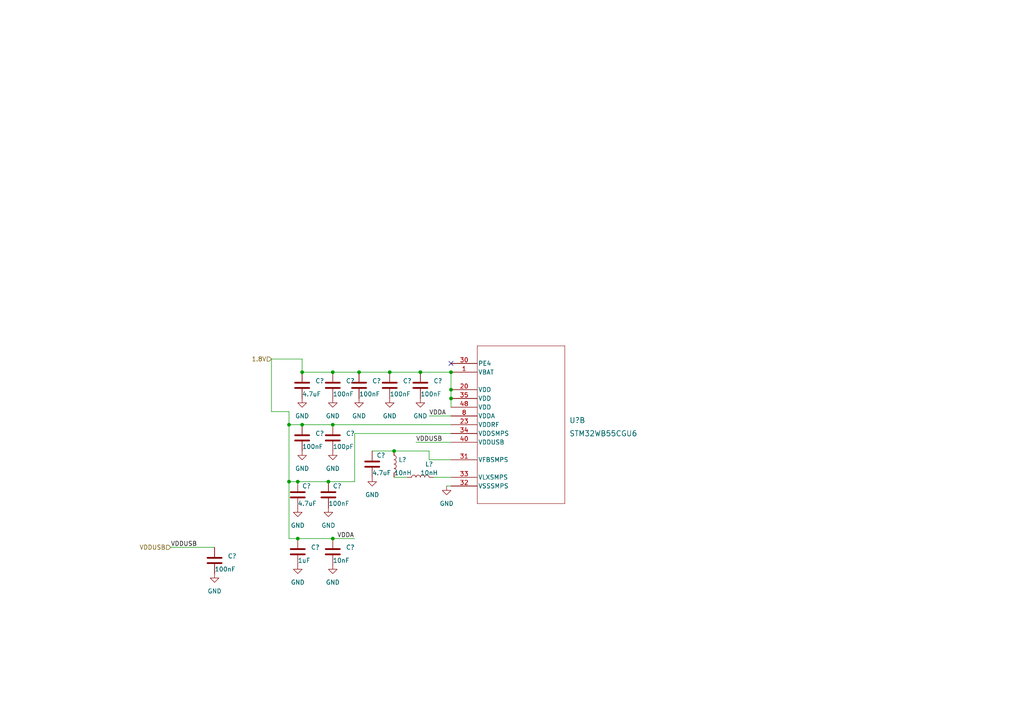
<source format=kicad_sch>
(kicad_sch (version 20211123) (generator eeschema)
  (paper "A4")
  (title_block (title "BluetoothKeyboard") (rev "1.0") (comment 1 "By Pierre-Louis Lagunegrand"))
  (lib_symbols
    (symbol "2024-04-10_20-20-40:STM32WB55CGU6" (pin_names (offset 0.254))
      (property "Reference" "U" (at 25.4 12.7 0))
      (property "Value" "STM32WB55CGU6" (at 25.4 10.16 0))
      (symbol "STM32WB55CGU6_1_1"
        (polyline (pts (xy 5.5372 -48.7807) (xy 4.4958 -48.26)) (stroke (width 0.127)))
        (polyline (pts (xy 5.5372 -47.7393) (xy 4.4958 -48.26)) (stroke (width 0.127)))
        (polyline (pts (xy 5.5372 -46.2407) (xy 4.4958 -45.72)) (stroke (width 0.127)))
        (polyline (pts (xy 5.5372 -45.1993) (xy 4.4958 -45.72)) (stroke (width 0.127)))
        (polyline (pts (xy 5.5372 -41.1607) (xy 4.4958 -40.64)) (stroke (width 0.127)))
        (polyline (pts (xy 5.5372 -40.1193) (xy 4.4958 -40.64)) (stroke (width 0.127)))
        (polyline (pts (xy 5.5372 -38.6207) (xy 4.4958 -38.1)) (stroke (width 0.127)))
        (polyline (pts (xy 5.5372 -37.5793) (xy 4.4958 -38.1)) (stroke (width 0.127)))
        (polyline (pts (xy 5.5372 -36.0807) (xy 4.4958 -35.56)) (stroke (width 0.127)))
        (polyline (pts (xy 5.5372 -35.0393) (xy 4.4958 -35.56)) (stroke (width 0.127)))
        (polyline (pts (xy 5.5372 -33.5407) (xy 4.4958 -33.02)) (stroke (width 0.127)))
        (polyline (pts (xy 5.5372 -32.4993) (xy 4.4958 -33.02)) (stroke (width 0.127)))
        (polyline (pts (xy 5.5372 -31.0007) (xy 4.4958 -30.48)) (stroke (width 0.127)))
        (polyline (pts (xy 5.5372 -29.9593) (xy 4.4958 -30.48)) (stroke (width 0.127)))
        (polyline (pts (xy 5.5372 -28.4607) (xy 4.4958 -27.94)) (stroke (width 0.127)))
        (polyline (pts (xy 5.5372 -27.4193) (xy 4.4958 -27.94)) (stroke (width 0.127)))
        (polyline (pts (xy 5.5372 -25.9207) (xy 4.4958 -25.4)) (stroke (width 0.127)))
        (polyline (pts (xy 5.5372 -24.8793) (xy 4.4958 -25.4)) (stroke (width 0.127)))
        (polyline (pts (xy 5.5372 -23.3807) (xy 4.4958 -22.86)) (stroke (width 0.127)))
        (polyline (pts (xy 5.5372 -22.3393) (xy 4.4958 -22.86)) (stroke (width 0.127)))
        (polyline (pts (xy 5.5372 -20.8407) (xy 4.4958 -20.32)) (stroke (width 0.127)))
        (polyline (pts (xy 5.5372 -19.7993) (xy 4.4958 -20.32)) (stroke (width 0.127)))
        (polyline (pts (xy 5.5372 -18.3007) (xy 4.4958 -17.78)) (stroke (width 0.127)))
        (polyline (pts (xy 5.5372 -17.2593) (xy 4.4958 -17.78)) (stroke (width 0.127)))
        (polyline (pts (xy 5.5372 -15.7607) (xy 4.4958 -15.24)) (stroke (width 0.127)))
        (polyline (pts (xy 5.5372 -14.7193) (xy 4.4958 -15.24)) (stroke (width 0.127)))
        (polyline (pts (xy 5.5372 -13.2207) (xy 4.4958 -12.7)) (stroke (width 0.127)))
        (polyline (pts (xy 5.5372 -12.1793) (xy 4.4958 -12.7)) (stroke (width 0.127)))
        (polyline (pts (xy 5.5372 -8.1407) (xy 4.4958 -7.62)) (stroke (width 0.127)))
        (polyline (pts (xy 5.5372 -7.0993) (xy 4.4958 -7.62)) (stroke (width 0.127)))
        (polyline (pts (xy 5.5372 -3.0607) (xy 4.4958 -2.54)) (stroke (width 0.127)))
        (polyline (pts (xy 5.5372 -2.0193) (xy 4.4958 -2.54)) (stroke (width 0.127)))
        (polyline (pts (xy 5.5372 -0.5207) (xy 4.4958 0)) (stroke (width 0.127)))
        (polyline (pts (xy 5.5372 0.5207) (xy 4.4958 0)) (stroke (width 0.127)))
        (polyline (pts (xy 7.0993 -48.26) (xy 6.0579 -48.7807)) (stroke (width 0.127)))
        (polyline (pts (xy 7.0993 -48.26) (xy 6.0579 -47.7393)) (stroke (width 0.127)))
        (polyline (pts (xy 7.0993 -45.72) (xy 6.0579 -46.2407)) (stroke (width 0.127)))
        (polyline (pts (xy 7.0993 -45.72) (xy 6.0579 -45.1993)) (stroke (width 0.127)))
        (polyline (pts (xy 7.0993 -40.64) (xy 6.0579 -41.1607)) (stroke (width 0.127)))
        (polyline (pts (xy 7.0993 -40.64) (xy 6.0579 -40.1193)) (stroke (width 0.127)))
        (polyline (pts (xy 7.0993 -38.1) (xy 6.0579 -38.6207)) (stroke (width 0.127)))
        (polyline (pts (xy 7.0993 -38.1) (xy 6.0579 -37.5793)) (stroke (width 0.127)))
        (polyline (pts (xy 7.0993 -35.56) (xy 6.0579 -36.0807)) (stroke (width 0.127)))
        (polyline (pts (xy 7.0993 -35.56) (xy 6.0579 -35.0393)) (stroke (width 0.127)))
        (polyline (pts (xy 7.0993 -33.02) (xy 6.0579 -33.5407)) (stroke (width 0.127)))
        (polyline (pts (xy 7.0993 -33.02) (xy 6.0579 -32.4993)) (stroke (width 0.127)))
        (polyline (pts (xy 7.0993 -30.48) (xy 6.0579 -31.0007)) (stroke (width 0.127)))
        (polyline (pts (xy 7.0993 -30.48) (xy 6.0579 -29.9593)) (stroke (width 0.127)))
        (polyline (pts (xy 7.0993 -27.94) (xy 6.0579 -28.4607)) (stroke (width 0.127)))
        (polyline (pts (xy 7.0993 -27.94) (xy 6.0579 -27.4193)) (stroke (width 0.127)))
        (polyline (pts (xy 7.0993 -25.4) (xy 6.0579 -25.9207)) (stroke (width 0.127)))
        (polyline (pts (xy 7.0993 -25.4) (xy 6.0579 -24.8793)) (stroke (width 0.127)))
        (polyline (pts (xy 7.0993 -22.86) (xy 6.0579 -23.3807)) (stroke (width 0.127)))
        (polyline (pts (xy 7.0993 -22.86) (xy 6.0579 -22.3393)) (stroke (width 0.127)))
        (polyline (pts (xy 7.0993 -20.32) (xy 6.0579 -20.8407)) (stroke (width 0.127)))
        (polyline (pts (xy 7.0993 -20.32) (xy 6.0579 -19.7993)) (stroke (width 0.127)))
        (polyline (pts (xy 7.0993 -17.78) (xy 6.0579 -18.3007)) (stroke (width 0.127)))
        (polyline (pts (xy 7.0993 -17.78) (xy 6.0579 -17.2593)) (stroke (width 0.127)))
        (polyline (pts (xy 7.0993 -15.24) (xy 6.0579 -15.7607)) (stroke (width 0.127)))
        (polyline (pts (xy 7.0993 -15.24) (xy 6.0579 -14.7193)) (stroke (width 0.127)))
        (polyline (pts (xy 7.0993 -12.7) (xy 6.0579 -13.2207)) (stroke (width 0.127)))
        (polyline (pts (xy 7.0993 -12.7) (xy 6.0579 -12.1793)) (stroke (width 0.127)))
        (polyline (pts (xy 7.0993 -7.62) (xy 6.0579 -8.1407)) (stroke (width 0.127)))
        (polyline (pts (xy 7.0993 -7.62) (xy 6.0579 -7.0993)) (stroke (width 0.127)))
        (polyline (pts (xy 7.0993 -2.54) (xy 6.0579 -3.0607)) (stroke (width 0.127)))
        (polyline (pts (xy 7.0993 -2.54) (xy 6.0579 -2.0193)) (stroke (width 0.127)))
        (polyline (pts (xy 7.0993 0) (xy 6.0579 -0.5207)) (stroke (width 0.127)))
        (polyline (pts (xy 7.0993 0) (xy 6.0579 0.5207)) (stroke (width 0.127)))
        (polyline (pts (xy 7.62 -53.34) (xy 43.18 -53.34)) (stroke (width 0.127)))
        (polyline (pts (xy 7.62 7.62) (xy 7.62 -53.34)) (stroke (width 0.127)))
        (polyline (pts (xy 43.18 -53.34) (xy 43.18 7.62)) (stroke (width 0.127)))
        (polyline (pts (xy 43.18 7.62) (xy 7.62 7.62)) (stroke (width 0.127)))
        (polyline (pts (xy 43.7007 -48.26) (xy 44.7421 -48.7807)) (stroke (width 0.127)))
        (polyline (pts (xy 43.7007 -48.26) (xy 44.7421 -47.7393)) (stroke (width 0.127)))
        (polyline (pts (xy 43.7007 -45.72) (xy 44.7421 -46.2407)) (stroke (width 0.127)))
        (polyline (pts (xy 43.7007 -45.72) (xy 44.7421 -45.1993)) (stroke (width 0.127)))
        (polyline (pts (xy 43.7007 -43.18) (xy 44.7421 -43.7007)) (stroke (width 0.127)))
        (polyline (pts (xy 43.7007 -43.18) (xy 44.7421 -42.6593)) (stroke (width 0.127)))
        (polyline (pts (xy 43.7007 -40.64) (xy 44.7421 -41.1607)) (stroke (width 0.127)))
        (polyline (pts (xy 43.7007 -40.64) (xy 44.7421 -40.1193)) (stroke (width 0.127)))
        (polyline (pts (xy 43.7007 -38.1) (xy 44.7421 -38.6207)) (stroke (width 0.127)))
        (polyline (pts (xy 43.7007 -38.1) (xy 44.7421 -37.5793)) (stroke (width 0.127)))
        (polyline (pts (xy 43.7007 -35.56) (xy 44.7421 -36.0807)) (stroke (width 0.127)))
        (polyline (pts (xy 43.7007 -35.56) (xy 44.7421 -35.0393)) (stroke (width 0.127)))
        (polyline (pts (xy 43.7007 -33.02) (xy 44.7421 -33.5407)) (stroke (width 0.127)))
        (polyline (pts (xy 43.7007 -33.02) (xy 44.7421 -32.4993)) (stroke (width 0.127)))
        (polyline (pts (xy 43.7007 -30.48) (xy 44.7421 -31.0007)) (stroke (width 0.127)))
        (polyline (pts (xy 43.7007 -30.48) (xy 44.7421 -29.9593)) (stroke (width 0.127)))
        (polyline (pts (xy 43.7007 -27.94) (xy 44.7421 -28.4607)) (stroke (width 0.127)))
        (polyline (pts (xy 43.7007 -27.94) (xy 44.7421 -27.4193)) (stroke (width 0.127)))
        (polyline (pts (xy 43.7007 -25.4) (xy 44.7421 -25.9207)) (stroke (width 0.127)))
        (polyline (pts (xy 43.7007 -25.4) (xy 44.7421 -24.8793)) (stroke (width 0.127)))
        (polyline (pts (xy 43.7007 -22.86) (xy 44.7421 -23.3807)) (stroke (width 0.127)))
        (polyline (pts (xy 43.7007 -22.86) (xy 44.7421 -22.3393)) (stroke (width 0.127)))
        (polyline (pts (xy 43.7007 -20.32) (xy 44.7421 -20.8407)) (stroke (width 0.127)))
        (polyline (pts (xy 43.7007 -20.32) (xy 44.7421 -19.7993)) (stroke (width 0.127)))
        (polyline (pts (xy 43.7007 -17.78) (xy 44.7421 -18.3007)) (stroke (width 0.127)))
        (polyline (pts (xy 43.7007 -17.78) (xy 44.7421 -17.2593)) (stroke (width 0.127)))
        (polyline (pts (xy 43.7007 -15.24) (xy 44.7421 -15.7607)) (stroke (width 0.127)))
        (polyline (pts (xy 43.7007 -15.24) (xy 44.7421 -14.7193)) (stroke (width 0.127)))
        (polyline (pts (xy 43.7007 -12.7) (xy 44.7421 -13.2207)) (stroke (width 0.127)))
        (polyline (pts (xy 43.7007 -12.7) (xy 44.7421 -12.1793)) (stroke (width 0.127)))
        (polyline (pts (xy 43.7007 -10.16) (xy 44.7421 -10.6807)) (stroke (width 0.127)))
        (polyline (pts (xy 43.7007 -10.16) (xy 44.7421 -9.6393)) (stroke (width 0.127)))
        (polyline (pts (xy 43.7007 -5.08) (xy 44.7421 -5.6007)) (stroke (width 0.127)))
        (polyline (pts (xy 43.7007 -5.08) (xy 44.7421 -4.5593)) (stroke (width 0.127)))
        (polyline (pts (xy 43.7007 0) (xy 44.7421 -0.5207)) (stroke (width 0.127)))
        (polyline (pts (xy 43.7007 0) (xy 44.7421 0.5207)) (stroke (width 0.127)))
        (polyline (pts (xy 43.7007 2.54) (xy 44.7421 2.0193)) (stroke (width 0.127)))
        (polyline (pts (xy 43.7007 2.54) (xy 44.7421 3.0607)) (stroke (width 0.127)))
        (polyline (pts (xy 45.2628 -48.7807) (xy 46.3042 -48.26)) (stroke (width 0.127)))
        (polyline (pts (xy 45.2628 -47.7393) (xy 46.3042 -48.26)) (stroke (width 0.127)))
        (polyline (pts (xy 45.2628 -46.2407) (xy 46.3042 -45.72)) (stroke (width 0.127)))
        (polyline (pts (xy 45.2628 -45.1993) (xy 46.3042 -45.72)) (stroke (width 0.127)))
        (polyline (pts (xy 45.2628 -43.7007) (xy 46.3042 -43.18)) (stroke (width 0.127)))
        (polyline (pts (xy 45.2628 -42.6593) (xy 46.3042 -43.18)) (stroke (width 0.127)))
        (polyline (pts (xy 45.2628 -41.1607) (xy 46.3042 -40.64)) (stroke (width 0.127)))
        (polyline (pts (xy 45.2628 -40.1193) (xy 46.3042 -40.64)) (stroke (width 0.127)))
        (polyline (pts (xy 45.2628 -38.6207) (xy 46.3042 -38.1)) (stroke (width 0.127)))
        (polyline (pts (xy 45.2628 -37.5793) (xy 46.3042 -38.1)) (stroke (width 0.127)))
        (polyline (pts (xy 45.2628 -36.0807) (xy 46.3042 -35.56)) (stroke (width 0.127)))
        (polyline (pts (xy 45.2628 -35.0393) (xy 46.3042 -35.56)) (stroke (width 0.127)))
        (polyline (pts (xy 45.2628 -33.5407) (xy 46.3042 -33.02)) (stroke (width 0.127)))
        (polyline (pts (xy 45.2628 -32.4993) (xy 46.3042 -33.02)) (stroke (width 0.127)))
        (polyline (pts (xy 45.2628 -31.0007) (xy 46.3042 -30.48)) (stroke (width 0.127)))
        (polyline (pts (xy 45.2628 -29.9593) (xy 46.3042 -30.48)) (stroke (width 0.127)))
        (polyline (pts (xy 45.2628 -28.4607) (xy 46.3042 -27.94)) (stroke (width 0.127)))
        (polyline (pts (xy 45.2628 -27.4193) (xy 46.3042 -27.94)) (stroke (width 0.127)))
        (polyline (pts (xy 45.2628 -25.9207) (xy 46.3042 -25.4)) (stroke (width 0.127)))
        (polyline (pts (xy 45.2628 -24.8793) (xy 46.3042 -25.4)) (stroke (width 0.127)))
        (polyline (pts (xy 45.2628 -23.3807) (xy 46.3042 -22.86)) (stroke (width 0.127)))
        (polyline (pts (xy 45.2628 -22.3393) (xy 46.3042 -22.86)) (stroke (width 0.127)))
        (polyline (pts (xy 45.2628 -20.8407) (xy 46.3042 -20.32)) (stroke (width 0.127)))
        (polyline (pts (xy 45.2628 -19.7993) (xy 46.3042 -20.32)) (stroke (width 0.127)))
        (polyline (pts (xy 45.2628 -18.3007) (xy 46.3042 -17.78)) (stroke (width 0.127)))
        (polyline (pts (xy 45.2628 -17.2593) (xy 46.3042 -17.78)) (stroke (width 0.127)))
        (polyline (pts (xy 45.2628 -15.7607) (xy 46.3042 -15.24)) (stroke (width 0.127)))
        (polyline (pts (xy 45.2628 -14.7193) (xy 46.3042 -15.24)) (stroke (width 0.127)))
        (polyline (pts (xy 45.2628 -13.2207) (xy 46.3042 -12.7)) (stroke (width 0.127)))
        (polyline (pts (xy 45.2628 -12.1793) (xy 46.3042 -12.7)) (stroke (width 0.127)))
        (polyline (pts (xy 45.2628 -10.6807) (xy 46.3042 -10.16)) (stroke (width 0.127)))
        (polyline (pts (xy 45.2628 -9.6393) (xy 46.3042 -10.16)) (stroke (width 0.127)))
        (polyline (pts (xy 45.2628 -5.6007) (xy 46.3042 -5.08)) (stroke (width 0.127)))
        (polyline (pts (xy 45.2628 -4.5593) (xy 46.3042 -5.08)) (stroke (width 0.127)))
        (polyline (pts (xy 45.2628 -0.5207) (xy 46.3042 0)) (stroke (width 0.127)))
        (polyline (pts (xy 45.2628 0.5207) (xy 46.3042 0)) (stroke (width 0.127)))
        (polyline (pts (xy 45.2628 2.0193) (xy 46.3042 2.54)) (stroke (width 0.127)))
        (polyline (pts (xy 45.2628 3.0607) (xy 46.3042 2.54)) (stroke (width 0.127)))
        (pin bidirectional line (at 50.8 -12.7 180) (length 7.62) (name "PA1") (number "10"))
        (pin bidirectional line (at 50.8 -15.24 180) (length 7.62) (name "PA2") (number "11"))
        (pin bidirectional line (at 50.8 -17.78 180) (length 7.62) (name "PA3") (number "12"))
        (pin bidirectional line (at 50.8 -20.32 180) (length 7.62) (name "PA4") (number "13"))
        (pin bidirectional line (at 50.8 -22.86 180) (length 7.62) (name "PA5") (number "14"))
        (pin bidirectional line (at 50.8 -25.4 180) (length 7.62) (name "PA6") (number "15"))
        (pin bidirectional line (at 50.8 -27.94 180) (length 7.62) (name "PA7") (number "16"))
        (pin bidirectional line (at 50.8 -30.48 180) (length 7.62) (name "PA8") (number "17"))
        (pin bidirectional line (at 50.8 -33.02 180) (length 7.62) (name "PA9") (number "18"))
        (pin bidirectional line (at 0 -17.78 0) (length 7.62) (name "PB2") (number "19"))
        (pin bidirectional line (at 0 -38.1 0) (length 7.62) (name "PC14-OSC32_IN") (number "2"))
        (pin bidirectional line (at 0 -48.26 0) (length 7.62) (name "RF1") (number "21"))
        (pin bidirectional line (at 0 -45.72 0) (length 7.62) (name "RF0") (number "22"))
        (pin bidirectional line (at 50.8 2.54 180) (length 7.62) (name "OSC_OUT") (number "24"))
        (pin bidirectional line (at 50.8 -5.08 180) (length 7.62) (name "OSC_IN") (number "25"))
        (pin bidirectional line (at 0 0 0) (length 7.62) (name "AT0") (number "26"))
        (pin bidirectional line (at 0 -2.54 0) (length 7.62) (name "AT1") (number "27"))
        (pin bidirectional line (at 0 -12.7 0) (length 7.62) (name "PB0") (number "28"))
        (pin bidirectional line (at 0 -15.24 0) (length 7.62) (name "PB1") (number "29"))
        (pin bidirectional line (at 50.8 0 180) (length 7.62) (name "PC15-OSC32_OUT") (number "3"))
        (pin bidirectional line (at 50.8 -35.56 180) (length 7.62) (name "PA10") (number "36"))
        (pin bidirectional line (at 50.8 -38.1 180) (length 7.62) (name "PA11") (number "37"))
        (pin bidirectional line (at 50.8 -40.64 180) (length 7.62) (name "PA12") (number "38"))
        (pin bidirectional line (at 50.8 -43.18 180) (length 7.62) (name "PA13") (number "39"))
        (pin bidirectional line (at 0 -40.64 0) (length 7.62) (name "PH3-BOOT0") (number "4"))
        (pin bidirectional line (at 50.8 -45.72 180) (length 7.62) (name "PA14") (number "41"))
        (pin bidirectional line (at 50.8 -48.26 180) (length 7.62) (name "PA15") (number "42"))
        (pin bidirectional line (at 0 -20.32 0) (length 7.62) (name "PB3") (number "43"))
        (pin bidirectional line (at 0 -22.86 0) (length 7.62) (name "PB4") (number "44"))
        (pin bidirectional line (at 0 -25.4 0) (length 7.62) (name "PB5") (number "45"))
        (pin bidirectional line (at 0 -27.94 0) (length 7.62) (name "PB6") (number "46"))
        (pin bidirectional line (at 0 -30.48 0) (length 7.62) (name "PB7") (number "47"))
        (pin unspecified line (at 0 -5.08 0) (length 7.62) (name "EPAD") (number "49"))
        (pin bidirectional line (at 0 -33.02 0) (length 7.62) (name "PB8") (number "5"))
        (pin bidirectional line (at 0 -35.56 0) (length 7.62) (name "PB9") (number "6"))
        (pin bidirectional line (at 0 -7.62 0) (length 7.62) (name "NRST") (number "7"))
        (pin bidirectional line (at 50.8 -10.16 180) (length 7.62) (name "PA0") (number "9"))
      )
      (symbol "STM32WB55CGU6_2_1"
        (polyline (pts (xy 7.62 -40.64) (xy 33.02 -40.64)) (stroke (width 0.127)))
        (polyline (pts (xy 7.62 5.08) (xy 7.62 -40.64)) (stroke (width 0.127)))
        (polyline (pts (xy 33.02 -40.64) (xy 33.02 5.08)) (stroke (width 0.127)))
        (polyline (pts (xy 33.02 5.08) (xy 7.62 5.08)) (stroke (width 0.127)))
        (pin power_in line (at 0 -2.54 0) (length 7.62) (name "VBAT") (number "1"))
        (pin power_in line (at 0 -7.62 0) (length 7.62) (name "VDD") (number "20"))
        (pin power_in line (at 0 -17.78 0) (length 7.62) (name "VDDRF") (number "23"))
        (pin power_in line (at 0 0 0) (length 7.62) (name "PE4") (number "30"))
        (pin power_in line (at 0 -27.94 0) (length 7.62) (name "VFBSMPS") (number "31"))
        (pin power_in line (at 0 -35.56 0) (length 7.62) (name "VSSSMPS") (number "32"))
        (pin power_in line (at 0 -33.02 0) (length 7.62) (name "VLXSMPS") (number "33"))
        (pin power_in line (at 0 -20.32 0) (length 7.62) (name "VDDSMPS") (number "34"))
        (pin power_in line (at 0 -10.16 0) (length 7.62) (name "VDD") (number "35"))
        (pin power_in line (at 0 -22.86 0) (length 7.62) (name "VDDUSB") (number "40"))
        (pin power_in line (at 0 -12.7 0) (length 7.62) (name "VDD") (number "48"))
        (pin power_in line (at 0 -15.24 0) (length 7.62) (name "VDDA") (number "8"))
      )
    )
    (symbol "Device:C" (pin_numbers hide) (pin_names (offset 0.254))
      (property "Reference" "C" (at 0.635 2.54 0))
      (property "Value" "C" (at 0.635 -2.54 0))
      (symbol "C_0_1"
        (polyline (pts (xy -2.032 -0.762) (xy 2.032 -0.762)) (stroke (width 0.508)))
        (polyline (pts (xy -2.032 0.762) (xy 2.032 0.762)) (stroke (width 0.508)))
      )
      (symbol "C_1_1"
        (pin passive line (at 0 3.81 270) (length 2.794) (name "~") (number "1"))
        (pin passive line (at 0 -3.81 90) (length 2.794) (name "~") (number "2"))
      )
    )
    (symbol "Device:L" (pin_numbers hide) (pin_names (offset 1.016) hide)
      (property "Reference" "L" (at -1.27 0 90))
      (property "Value" "L" (at 1.905 0 90))
      (symbol "L_0_1"
        (arc (start 0 -2.54) (mid 0.635 -1.905) (end 0 -1.27))
        (arc (start 0 -1.27) (mid 0.635 -0.635) (end 0 0))
        (arc (start 0 0) (mid 0.635 0.635) (end 0 1.27))
        (arc (start 0 1.27) (mid 0.635 1.905) (end 0 2.54))
      )
      (symbol "L_1_1"
        (pin passive line (at 0 3.81 270) (length 1.27) (name "1") (number "1"))
        (pin passive line (at 0 -3.81 90) (length 1.27) (name "2") (number "2"))
      )
    )
    (symbol "power:GND" (power) (pin_names (offset 0))
      (property "Value" "GND" (at 0 -3.81 0))
      (symbol "GND_0_1"
        (polyline (pts (xy 0 0) (xy 0 -1.27) (xy 1.27 -1.27) (xy 0 -2.54) (xy -1.27 -1.27) (xy 0 -1.27)))
      )
      (symbol "GND_1_1"
        (pin power_in line (at 0 0 270) (length 0) hide (name "GND") (number "1"))
      )
    )
  )
  (junction (at 86.36 156.21))
  (junction (at 83.82 123.19))
  (junction (at 121.92 107.95))
  (junction (at 87.63 123.19))
  (junction (at 130.81 113.03))
  (junction (at 86.36 139.7))
  (junction (at 96.52 107.95))
  (junction (at 104.14 107.95))
  (junction (at 130.81 107.95))
  (junction (at 130.81 115.57))
  (junction (at 113.03 107.95))
  (junction (at 96.52 123.19))
  (junction (at 87.63 107.95))
  (junction (at 95.25 139.7))
  (junction (at 114.3 130.81))
  (junction (at 96.52 156.21))
  (junction (at 83.82 139.7))
  (no_connect (at 130.81 105.41))
  (wire (pts (xy 113.03 107.95) (xy 121.92 107.95)))
  (wire (pts (xy 102.87 125.73) (xy 130.81 125.73)))
  (wire (pts (xy 49.53 158.75) (xy 62.23 158.75)))
  (wire (pts (xy 130.81 123.19) (xy 96.52 123.19)))
  (wire (pts (xy 125.73 138.43) (xy 130.81 138.43)))
  (wire (pts (xy 124.46 133.35) (xy 124.46 130.81)))
  (wire (pts (xy 96.52 156.21) (xy 86.36 156.21)))
  (wire (pts (xy 83.82 119.38) (xy 78.74 119.38)))
  (wire (pts (xy 95.25 139.7) (xy 86.36 139.7)))
  (wire (pts (xy 78.74 104.14) (xy 78.74 119.38)))
  (wire (pts (xy 104.14 107.95) (xy 113.03 107.95)))
  (wire (pts (xy 114.3 130.81) (xy 124.46 130.81)))
  (wire (pts (xy 102.87 156.21) (xy 96.52 156.21)))
  (wire (pts (xy 102.87 139.7) (xy 102.87 125.73)))
  (wire (pts (xy 87.63 107.95) (xy 96.52 107.95)))
  (wire (pts (xy 95.25 139.7) (xy 102.87 139.7)))
  (wire (pts (xy 130.81 107.95) (xy 130.81 113.03)))
  (wire (pts (xy 83.82 123.19) (xy 83.82 139.7)))
  (wire (pts (xy 87.63 104.14) (xy 87.63 107.95)))
  (wire (pts (xy 83.82 123.19) (xy 83.82 119.38)))
  (wire (pts (xy 83.82 139.7) (xy 83.82 156.21)))
  (wire (pts (xy 120.65 128.27) (xy 130.81 128.27)))
  (wire (pts (xy 86.36 156.21) (xy 83.82 156.21)))
  (wire (pts (xy 86.36 139.7) (xy 83.82 139.7)))
  (wire (pts (xy 130.81 133.35) (xy 124.46 133.35)))
  (wire (pts (xy 130.81 113.03) (xy 130.81 115.57)))
  (wire (pts (xy 107.95 130.81) (xy 114.3 130.81)))
  (wire (pts (xy 87.63 123.19) (xy 83.82 123.19)))
  (wire (pts (xy 96.52 123.19) (xy 87.63 123.19)))
  (wire (pts (xy 129.54 140.97) (xy 130.81 140.97)))
  (wire (pts (xy 124.46 120.65) (xy 130.81 120.65)))
  (wire (pts (xy 121.92 107.95) (xy 130.81 107.95)))
  (wire (pts (xy 87.63 104.14) (xy 78.74 104.14)))
  (wire (pts (xy 114.3 138.43) (xy 118.11 138.43)))
  (wire (pts (xy 96.52 107.95) (xy 104.14 107.95)))
  (wire (pts (xy 130.81 115.57) (xy 130.81 118.11)))
  (label "VDDUSB" (at 49.53 158.75 0))
  (label "VDDUSB" (at 120.65 128.27 0))
  (label "VDDA" (at 124.46 120.65 0))
  (label "VDDA" (at 97.79 156.21 0))
  (hierarchical_label "VDDUSB" (shape input) (at 49.53 158.75 180))
  (hierarchical_label "1.8V" (shape input) (at 78.74 104.14 180))
  (symbol (lib_id "Device:C") (at 62.23 162.56 0) (unit 1)
    (property "Reference" "C?" (at 66.04 161.2899 0) (effects (justify left)))
    (property "Value" "100nF" (at 62.23 165.1 0) (effects (justify left)))
  )
  (symbol (lib_id "Device:C") (at 95.25 143.51 0) (unit 1)
    (property "Reference" "C?" (at 96.52 140.97 0) (effects (justify left)))
    (property "Value" "100nF" (at 95.25 146.05 0) (effects (justify left)))
  )
  (symbol (lib_id "Device:C") (at 121.92 111.76 0) (unit 1)
    (property "Reference" "C?" (at 125.73 110.4899 0) (effects (justify left)))
    (property "Value" "100nF" (at 121.92 114.3 0) (effects (justify left)))
  )
  (symbol (lib_id "Device:C") (at 96.52 127 0) (unit 1)
    (property "Reference" "C?" (at 100.33 125.7299 0) (effects (justify left)))
    (property "Value" "100pF" (at 96.52 129.54 0) (effects (justify left)))
  )
  (symbol (lib_id "power:GND") (at 87.63 115.57 0) (unit 1)
    (property "Reference" "#PWR?" (effects hide))
    (property "Value" "GND" (at 87.63 120.65 0))
  )
  (symbol (lib_id "power:GND") (at 87.63 130.81 0) (unit 1)
    (property "Reference" "#PWR?" (effects hide))
    (property "Value" "GND" (at 87.63 135.89 0))
  )
  (symbol (lib_id "power:GND") (at 96.52 163.83 0) (unit 1)
    (property "Reference" "#PWR?" (effects hide))
    (property "Value" "GND" (at 96.52 168.91 0))
  )
  (symbol (lib_id "power:GND") (at 95.25 147.32 0) (unit 1)
    (property "Reference" "#PWR?" (effects hide))
    (property "Value" "GND" (at 95.25 152.4 0))
  )
  (symbol (lib_id "Device:C") (at 96.52 160.02 0) (unit 1)
    (property "Reference" "C?" (at 100.33 158.7499 0) (effects (justify left)))
    (property "Value" "10nF" (at 96.52 162.56 0) (effects (justify left)))
  )
  (symbol (lib_id "power:GND") (at 129.54 140.97 0) (unit 1)
    (property "Reference" "#PWR?" (effects hide))
    (property "Value" "GND" (at 129.54 146.05 0))
  )
  (symbol (lib_id "power:GND") (at 86.36 163.83 0) (unit 1)
    (property "Reference" "#PWR?" (effects hide))
    (property "Value" "GND" (at 86.36 168.91 0))
  )
  (symbol (lib_id "Device:L") (at 114.3 134.62 0) (unit 1)
    (property "Reference" "L?" (at 115.57 133.3499 0) (effects (justify left)))
    (property "Value" "10nH" (at 114.3 137.16 0) (effects (justify left)))
  )
  (symbol (lib_id "power:GND") (at 113.03 115.57 0) (unit 1)
    (property "Reference" "#PWR?" (effects hide))
    (property "Value" "GND" (at 113.03 120.65 0))
  )
  (symbol (lib_id "Device:C") (at 107.95 134.62 0) (unit 1)
    (property "Reference" "C?" (at 109.22 132.08 0) (effects (justify left)))
    (property "Value" "4.7uF" (at 107.95 137.16 0) (effects (justify left)))
  )
  (symbol (lib_id "Device:C") (at 104.14 111.76 0) (unit 1)
    (property "Reference" "C?" (at 107.95 110.4899 0) (effects (justify left)))
    (property "Value" "100nF" (at 104.14 114.3 0) (effects (justify left)))
  )
  (symbol (lib_id "Device:C") (at 87.63 111.76 0) (unit 1)
    (property "Reference" "C?" (at 91.44 110.4899 0) (effects (justify left)))
    (property "Value" "4.7uF" (at 87.63 114.3 0) (effects (justify left)))
  )
  (symbol (lib_id "power:GND") (at 96.52 115.57 0) (unit 1)
    (property "Reference" "#PWR?" (effects hide))
    (property "Value" "GND" (at 96.52 120.65 0))
  )
  (symbol (lib_id "2024-04-10_20-20-40:STM32WB55CGU6") (at 130.81 105.41 0) (unit 2)
    (property "Reference" "U?" (at 165.1 121.92 0) (effects (font (size 1.524 1.524)) (justify left)))
    (property "Value" "STM32WB55CGU6" (at 165.1 125.73 0) (effects (font (size 1.524 1.524)) (justify left)))
    (property "Footprint" "UFQFPN48-7x7mm" (effects hide))
    (property "Datasheet" "STM32WB55CGU6" (effects hide))
  )
  (symbol (lib_id "power:GND") (at 121.92 115.57 0) (unit 1)
    (property "Reference" "#PWR?" (effects hide))
    (property "Value" "GND" (at 121.92 120.65 0))
  )
  (symbol (lib_id "power:GND") (at 86.36 147.32 0) (unit 1)
    (property "Reference" "#PWR?" (effects hide))
    (property "Value" "GND" (at 86.36 152.4 0))
  )
  (symbol (lib_id "power:GND") (at 104.14 115.57 0) (unit 1)
    (property "Reference" "#PWR?" (effects hide))
    (property "Value" "GND" (at 104.14 120.65 0))
  )
  (symbol (lib_id "power:GND") (at 62.23 166.37 0) (unit 1)
    (property "Reference" "#PWR?" (effects hide))
    (property "Value" "GND" (at 62.23 171.45 0))
  )
  (symbol (lib_id "Device:C") (at 87.63 127 0) (unit 1)
    (property "Reference" "C?" (at 91.44 125.7299 0) (effects (justify left)))
    (property "Value" "100nF" (at 87.63 129.54 0) (effects (justify left)))
  )
  (symbol (lib_id "power:GND") (at 96.52 130.81 0) (unit 1)
    (property "Reference" "#PWR?" (effects hide))
    (property "Value" "GND" (at 96.52 135.89 0))
  )
  (symbol (lib_id "Device:L") (at 121.92 138.43 90) (unit 1)
    (property "Reference" "L?" (at 124.46 134.62 90))
    (property "Value" "10nH" (at 124.46 137.16 90))
  )
  (symbol (lib_id "power:GND") (at 107.95 138.43 0) (unit 1)
    (property "Reference" "#PWR?" (effects hide))
    (property "Value" "GND" (at 107.95 143.51 0))
  )
  (symbol (lib_id "Device:C") (at 86.36 143.51 0) (unit 1)
    (property "Reference" "C?" (at 87.63 140.97 0) (effects (justify left)))
    (property "Value" "4.7uF" (at 86.36 146.05 0) (effects (justify left)))
  )
  (symbol (lib_id "Device:C") (at 96.52 111.76 0) (unit 1)
    (property "Reference" "C?" (at 100.33 110.4899 0) (effects (justify left)))
    (property "Value" "100nF" (at 96.52 114.3 0) (effects (justify left)))
  )
  (symbol (lib_id "Device:C") (at 86.36 160.02 0) (unit 1)
    (property "Reference" "C?" (at 90.17 158.7499 0) (effects (justify left)))
    (property "Value" "1uF" (at 86.36 162.56 0) (effects (justify left)))
  )
  (symbol (lib_id "Device:C") (at 113.03 111.76 0) (unit 1)
    (property "Reference" "C?" (at 116.84 110.4899 0) (effects (justify left)))
    (property "Value" "100nF" (at 113.03 114.3 0) (effects (justify left)))
  )
)
</source>
